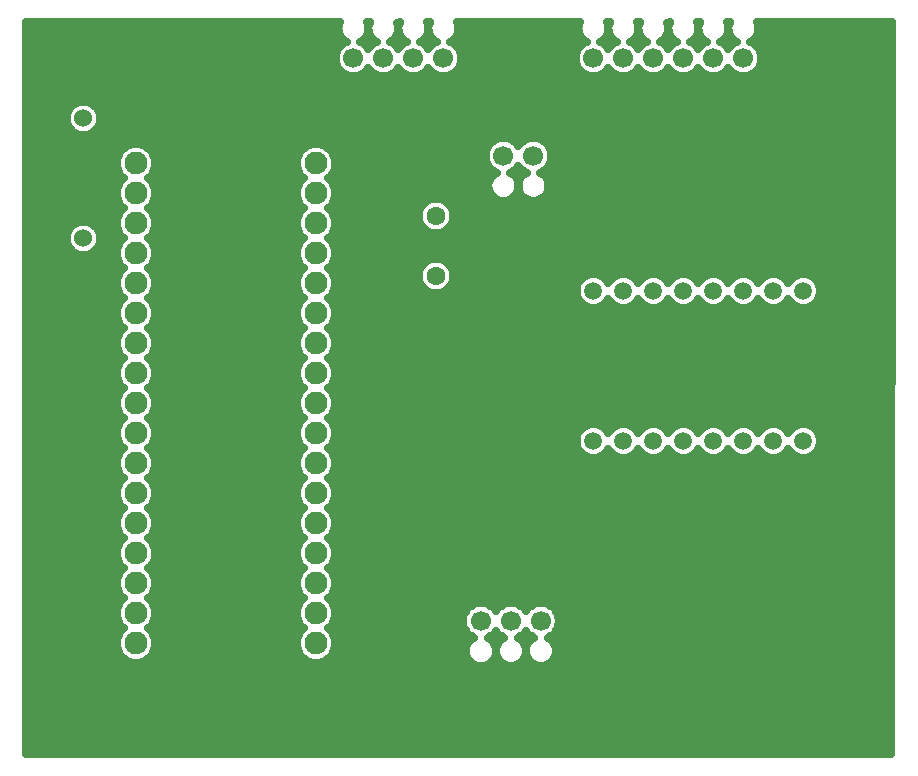
<source format=gbr>
%TF.GenerationSoftware,Novarm,DipTrace,3.2.0.1*%
%TF.CreationDate,2018-02-07T16:10:30+00:00*%
%FSLAX35Y35*%
%MOMM*%
%TF.FileFunction,Copper,L1,Top*%
%TF.Part,Single*%
%ADD17C,1.6*%
%ADD23C,1.7*%
%ADD25C,1.5*%
%ADD27C,1.524*%
%ADD34C,1.9304*%
%TA.AperFunction,CopperBalancing*%
%ADD16C,0.635*%
G75*
G01*
%LPD*%
X1088146Y7212083D2*
D16*
X3724508D1*
X4752482D2*
X5756513D1*
X7292442D2*
X8411774D1*
X1088146Y7148917D2*
X3747933D1*
X3967078D2*
X4001865D1*
X4221101D2*
X4255888D1*
X4475125D2*
X4509912D1*
X4729148D2*
X5779938D1*
X5999083D2*
X6033870D1*
X6253107D2*
X6287893D1*
X6507130D2*
X6541917D1*
X6761062D2*
X6795849D1*
X7015086D2*
X7049873D1*
X7269109D2*
X8411683D1*
X1088146Y7085750D2*
X3753401D1*
X3961609D2*
X4007334D1*
X4215633D2*
X4261357D1*
X4469656D2*
X4515380D1*
X4723588D2*
X5785407D1*
X5993614D2*
X6039339D1*
X6247638D2*
X6293362D1*
X6501661D2*
X6547386D1*
X6755593D2*
X6801409D1*
X7009617D2*
X7055341D1*
X7263640D2*
X8411591D1*
X1088146Y7022583D2*
X3708558D1*
X4768432D2*
X5740563D1*
X7308393D2*
X8411500D1*
X1088146Y6959417D2*
X3699170D1*
X4777820D2*
X5731175D1*
X7317872D2*
X8411500D1*
X1088146Y6896250D2*
X3717399D1*
X4759682D2*
X5749404D1*
X7299643D2*
X8411409D1*
X1088146Y6833083D2*
X3782477D1*
X3932534D2*
X4036500D1*
X4186557D2*
X4290433D1*
X4440580D2*
X4544456D1*
X4694513D2*
X5814482D1*
X5964539D2*
X6068414D1*
X6218562D2*
X6322438D1*
X6472586D2*
X6576461D1*
X6726518D2*
X6830485D1*
X6980541D2*
X7084417D1*
X7234565D2*
X8411318D1*
X1088146Y6769917D2*
X8411227D1*
X1088146Y6706750D2*
X8411227D1*
X1088146Y6643583D2*
X8411136D1*
X1088146Y6580417D2*
X1485602D1*
X1657442D2*
X8411045D1*
X1088146Y6517250D2*
X1433102D1*
X1709851D2*
X8410953D1*
X1088146Y6454083D2*
X1421800D1*
X1721153D2*
X8410862D1*
X1088146Y6390917D2*
X1439938D1*
X1703015D2*
X8410862D1*
X1088146Y6327750D2*
X1511943D1*
X1631101D2*
X8410771D1*
X1088146Y6264583D2*
X5028805D1*
X5226258D2*
X5282828D1*
X5480190D2*
X8410680D1*
X1088146Y6201417D2*
X1899677D1*
X2132312D2*
X3423727D1*
X3656271D2*
X4980315D1*
X5528679D2*
X8410589D1*
X1088146Y6138250D2*
X1856565D1*
X2175424D2*
X3380524D1*
X3699474D2*
X4968922D1*
X5540073D2*
X8410589D1*
X1088146Y6075083D2*
X1845901D1*
X2186088D2*
X3369951D1*
X3710047D2*
X4985055D1*
X5523940D2*
X8410498D1*
X1088146Y6011917D2*
X1860667D1*
X2171323D2*
X3384625D1*
X3695372D2*
X5044482D1*
X5210489D2*
X5298505D1*
X5464513D2*
X8410407D1*
X1088146Y5948750D2*
X1901136D1*
X2130854D2*
X3425185D1*
X3654812D2*
X5008753D1*
X5500242D2*
X8410315D1*
X1088146Y5885583D2*
X1857021D1*
X2174968D2*
X3381071D1*
X3698927D2*
X4994170D1*
X5514916D2*
X8410315D1*
X1088146Y5822417D2*
X1845901D1*
X2186088D2*
X3369860D1*
X3710138D2*
X5013219D1*
X5241752D2*
X5267162D1*
X5495776D2*
X8410224D1*
X1088146Y5759250D2*
X1860029D1*
X2171961D2*
X3384078D1*
X3695919D2*
X4469808D1*
X4642195D2*
X8410133D1*
X1088146Y5696083D2*
X1902685D1*
X2129304D2*
X3426735D1*
X3653263D2*
X4415393D1*
X4696609D2*
X8410042D1*
X1088146Y5632917D2*
X1857568D1*
X2174422D2*
X3381617D1*
X3698380D2*
X4402360D1*
X4709643D2*
X8410042D1*
X1088146Y5569750D2*
X1494261D1*
X1648784D2*
X1845810D1*
X2186179D2*
X3369860D1*
X3710138D2*
X4417854D1*
X4694148D2*
X8409951D1*
X1088146Y5506583D2*
X1435563D1*
X1707482D2*
X1859482D1*
X2172508D2*
X3383440D1*
X3696557D2*
X4478375D1*
X4633627D2*
X8409860D1*
X1088146Y5443417D2*
X1421709D1*
X1721336D2*
X1904235D1*
X2127755D2*
X3428284D1*
X3651713D2*
X8409768D1*
X1088146Y5380250D2*
X1437112D1*
X1705932D2*
X1858115D1*
X2173875D2*
X3382164D1*
X3697833D2*
X8409677D1*
X1088146Y5317083D2*
X1500094D1*
X1642859D2*
X1845810D1*
X2186179D2*
X3369860D1*
X3710138D2*
X8409677D1*
X1088146Y5253917D2*
X1858935D1*
X2173146D2*
X3382893D1*
X3697104D2*
X4474091D1*
X4637911D2*
X8409586D1*
X1088146Y5190750D2*
X1905875D1*
X2126114D2*
X3429925D1*
X3650164D2*
X4416670D1*
X4695333D2*
X8409495D1*
X1088146Y5127583D2*
X1858662D1*
X2173328D2*
X3382711D1*
X3697286D2*
X4402360D1*
X4709643D2*
X5819130D1*
X5959890D2*
X6073154D1*
X6213823D2*
X6327177D1*
X6467846D2*
X6581110D1*
X6721870D2*
X6835133D1*
X6975893D2*
X7089157D1*
X7229825D2*
X7343180D1*
X7483849D2*
X7597112D1*
X7737872D2*
X8409404D1*
X1088146Y5064417D2*
X1845810D1*
X2186179D2*
X3369860D1*
X3710138D2*
X4416578D1*
X4695424D2*
X5756058D1*
X7800945D2*
X8409404D1*
X1088146Y5001250D2*
X1858297D1*
X2173692D2*
X3382347D1*
X3697651D2*
X4473818D1*
X4638185D2*
X5740836D1*
X7816166D2*
X8409313D1*
X1088146Y4938083D2*
X1904873D1*
X2127117D2*
X3428831D1*
X3651166D2*
X5755237D1*
X7801674D2*
X8409222D1*
X1088146Y4874917D2*
X1859209D1*
X2172781D2*
X3383258D1*
X3696739D2*
X5816214D1*
X5962716D2*
X6070237D1*
X6216739D2*
X6324261D1*
X6470763D2*
X6578284D1*
X6724786D2*
X6832216D1*
X6978718D2*
X7086240D1*
X7232742D2*
X7340263D1*
X7486765D2*
X7594287D1*
X7740789D2*
X8409130D1*
X1088146Y4811750D2*
X1845810D1*
X2186179D2*
X3369860D1*
X3710138D2*
X8409130D1*
X1088146Y4748583D2*
X1857750D1*
X2174239D2*
X3381800D1*
X3698198D2*
X8409039D1*
X1088146Y4685417D2*
X1903323D1*
X2128666D2*
X3427282D1*
X3652716D2*
X8408948D1*
X1088146Y4622250D2*
X1859847D1*
X2172143D2*
X3383805D1*
X3696192D2*
X8408857D1*
X1088146Y4559083D2*
X1845901D1*
X2186088D2*
X3369860D1*
X3710138D2*
X8408857D1*
X1088146Y4495917D2*
X1857295D1*
X2174786D2*
X3381253D1*
X3698745D2*
X8408766D1*
X1088146Y4432750D2*
X1901774D1*
X2130216D2*
X3425732D1*
X3654265D2*
X8408675D1*
X1088146Y4369583D2*
X1860393D1*
X2171596D2*
X3384443D1*
X3695554D2*
X8408584D1*
X1088146Y4306417D2*
X1845901D1*
X2186088D2*
X3369860D1*
X3710138D2*
X8408584D1*
X1088146Y4243250D2*
X1856748D1*
X2175242D2*
X3380706D1*
X3699291D2*
X8408492D1*
X1088146Y4180083D2*
X1900224D1*
X2131765D2*
X3424274D1*
X3655724D2*
X8408401D1*
X1088146Y4116917D2*
X1861032D1*
X2170958D2*
X3385081D1*
X3694916D2*
X8408310D1*
X1088146Y4053750D2*
X1845901D1*
X2186088D2*
X3369951D1*
X3710047D2*
X8408219D1*
X1088146Y3990583D2*
X1856201D1*
X2175789D2*
X3380250D1*
X3699747D2*
X8408219D1*
X1088146Y3927417D2*
X1898766D1*
X2133224D2*
X3422815D1*
X3657182D2*
X8408128D1*
X1088146Y3864250D2*
X1861670D1*
X2170320D2*
X3385628D1*
X3694370D2*
X5834625D1*
X5944396D2*
X6088558D1*
X6198419D2*
X6342581D1*
X6452442D2*
X6596604D1*
X6706375D2*
X6850628D1*
X6960398D2*
X7104560D1*
X7214422D2*
X7358584D1*
X7468445D2*
X7612607D1*
X7722377D2*
X8408037D1*
X1088146Y3801083D2*
X1845992D1*
X2185997D2*
X3369951D1*
X3710047D2*
X5759612D1*
X7797390D2*
X8407946D1*
X1088146Y3737917D2*
X1855745D1*
X2176245D2*
X3379703D1*
X3700294D2*
X5741018D1*
X7815984D2*
X8407946D1*
X1088146Y3674750D2*
X1897308D1*
X2134682D2*
X3421357D1*
X3658640D2*
X5752229D1*
X7804773D2*
X8407854D1*
X1088146Y3611583D2*
X1862308D1*
X2169682D2*
X3386266D1*
X3693732D2*
X5805003D1*
X5974018D2*
X6059026D1*
X6227950D2*
X6313050D1*
X6481974D2*
X6566982D1*
X6735997D2*
X6821005D1*
X6990021D2*
X7075029D1*
X7243953D2*
X7329052D1*
X7497976D2*
X7582985D1*
X7752000D2*
X8407763D1*
X1088146Y3548417D2*
X1846084D1*
X2185906D2*
X3370042D1*
X3709955D2*
X8407672D1*
X1088146Y3485250D2*
X1855289D1*
X2176700D2*
X3379248D1*
X3700750D2*
X8407672D1*
X1088146Y3422083D2*
X1895940D1*
X2136049D2*
X3419899D1*
X3660099D2*
X8407581D1*
X1088146Y3358917D2*
X1862946D1*
X2169044D2*
X3386995D1*
X3693002D2*
X8407490D1*
X1088146Y3295750D2*
X1846175D1*
X2185906D2*
X3370133D1*
X3709864D2*
X8407399D1*
X1088146Y3232583D2*
X1854834D1*
X2177247D2*
X3378792D1*
X3701205D2*
X8407399D1*
X1088146Y3169417D2*
X1894573D1*
X2137416D2*
X3418532D1*
X3661466D2*
X8407308D1*
X1088146Y3106250D2*
X1863675D1*
X2168406D2*
X3387633D1*
X3692364D2*
X8407216D1*
X1088146Y3043083D2*
X1846175D1*
X2185815D2*
X3370224D1*
X3709773D2*
X8407125D1*
X1088146Y2979917D2*
X1854378D1*
X2177703D2*
X3378336D1*
X3701661D2*
X8407125D1*
X1088146Y2916750D2*
X1893206D1*
X2138784D2*
X3417255D1*
X3662742D2*
X8407034D1*
X1088146Y2853583D2*
X1864313D1*
X2167677D2*
X3388362D1*
X3691635D2*
X8406943D1*
X1088146Y2790417D2*
X1846266D1*
X2185724D2*
X3370315D1*
X3709682D2*
X8406852D1*
X1088146Y2727250D2*
X1853922D1*
X2178067D2*
X3377880D1*
X3702117D2*
X8406761D1*
X1088146Y2664083D2*
X1891930D1*
X2140060D2*
X3415979D1*
X3664109D2*
X8406761D1*
X1088146Y2600917D2*
X1865042D1*
X2166948D2*
X3389000D1*
X3690997D2*
X8406670D1*
X1088146Y2537750D2*
X1846448D1*
X2185541D2*
X3370407D1*
X3709591D2*
X8406578D1*
X1088146Y2474583D2*
X1853466D1*
X2178523D2*
X3377516D1*
X3702573D2*
X8406487D1*
X1088146Y2411417D2*
X1890654D1*
X2141336D2*
X3414703D1*
X3665385D2*
X8406487D1*
X1088146Y2348250D2*
X1865771D1*
X2166218D2*
X3389729D1*
X3690268D2*
X4874951D1*
X4999031D2*
X5128974D1*
X5253054D2*
X5382998D1*
X5506987D2*
X8406396D1*
X1088146Y2285083D2*
X1846539D1*
X2185450D2*
X3370498D1*
X3709500D2*
X4800211D1*
X5581817D2*
X8406305D1*
X1088146Y2221917D2*
X1853011D1*
X2178979D2*
X3377060D1*
X3702937D2*
X4779157D1*
X5602872D2*
X8406214D1*
X1088146Y2158750D2*
X1889378D1*
X2142612D2*
X3413427D1*
X3666570D2*
X4786084D1*
X5595945D2*
X8406214D1*
X1088146Y2095583D2*
X1866500D1*
X2165489D2*
X3390459D1*
X3689539D2*
X4826279D1*
X5047703D2*
X5080302D1*
X5301726D2*
X5334326D1*
X5555659D2*
X8406123D1*
X1088146Y2032417D2*
X1846630D1*
X2185359D2*
X3370680D1*
X3709317D2*
X4831839D1*
X5042143D2*
X5085862D1*
X5296166D2*
X5339795D1*
X5550190D2*
X8406032D1*
X1088146Y1969250D2*
X1852646D1*
X2179343D2*
X3376696D1*
X3703302D2*
X4804677D1*
X5577351D2*
X8405940D1*
X1088146Y1906083D2*
X1888193D1*
X2143797D2*
X3412151D1*
X3667846D2*
X4812334D1*
X5569695D2*
X8405940D1*
X1088146Y1842917D2*
X4866292D1*
X5007690D2*
X5120315D1*
X5261713D2*
X5374339D1*
X5515737D2*
X8405849D1*
X1088146Y1779750D2*
X8405758D1*
X1088146Y1716583D2*
X8405667D1*
X1088146Y1653417D2*
X8405576D1*
X1088146Y1590250D2*
X8405576D1*
X1088146Y1527083D2*
X8405485D1*
X1088146Y1463917D2*
X8405393D1*
X1088146Y1400750D2*
X8405302D1*
X1088146Y1337583D2*
X8405302D1*
X1088146Y1274417D2*
X8405211D1*
X1088146Y1211250D2*
X8405120D1*
X1088146Y1148083D2*
X8405029D1*
X1088146Y1084917D2*
X8405029D1*
X4702836Y5115944D2*
X4699220Y5093116D1*
X4692078Y5071135D1*
X4681585Y5050541D1*
X4668000Y5031843D1*
X4651657Y5015500D1*
X4632959Y5001915D1*
X4612365Y4991422D1*
X4590384Y4984280D1*
X4567556Y4980664D1*
X4544444D1*
X4521616Y4984280D1*
X4499635Y4991422D1*
X4479041Y5001915D1*
X4460343Y5015500D1*
X4444000Y5031843D1*
X4430415Y5050541D1*
X4419922Y5071135D1*
X4412780Y5093116D1*
X4409164Y5115944D1*
Y5139056D1*
X4412780Y5161884D1*
X4419922Y5183865D1*
X4430415Y5204459D1*
X4444000Y5223157D1*
X4460343Y5239500D1*
X4479041Y5253085D1*
X4499635Y5263578D1*
X4521616Y5270720D1*
X4544444Y5274336D1*
X4567556D1*
X4590384Y5270720D1*
X4612365Y5263578D1*
X4632959Y5253085D1*
X4651657Y5239500D1*
X4668000Y5223157D1*
X4681585Y5204459D1*
X4692078Y5183865D1*
X4699220Y5161884D1*
X4702836Y5139056D1*
Y5115944D1*
Y5623944D2*
X4699220Y5601116D1*
X4692078Y5579135D1*
X4681585Y5558541D1*
X4668000Y5539843D1*
X4651657Y5523500D1*
X4632959Y5509915D1*
X4612365Y5499422D1*
X4590384Y5492280D1*
X4567556Y5488664D1*
X4544444D1*
X4521616Y5492280D1*
X4499635Y5499422D1*
X4479041Y5509915D1*
X4460343Y5523500D1*
X4444000Y5539843D1*
X4430415Y5558541D1*
X4419922Y5579135D1*
X4412780Y5601116D1*
X4409164Y5623944D1*
Y5647056D1*
X4412780Y5669884D1*
X4419922Y5691865D1*
X4430415Y5712459D1*
X4444000Y5731157D1*
X4460343Y5747500D1*
X4479041Y5761085D1*
X4499635Y5771578D1*
X4521616Y5778720D1*
X4544444Y5782336D1*
X4567556D1*
X4590384Y5778720D1*
X4612365Y5771578D1*
X4632959Y5761085D1*
X4651657Y5747500D1*
X4668000Y5731157D1*
X4681585Y5712459D1*
X4692078Y5691865D1*
X4699220Y5669884D1*
X4702836Y5647056D1*
Y5623944D1*
X7311321Y6957051D2*
X7307582Y6933449D1*
X7300198Y6910721D1*
X7289349Y6889429D1*
X7275302Y6870096D1*
X7258404Y6853198D1*
X7239071Y6839151D1*
X7217779Y6828302D1*
X7195051Y6820918D1*
X7171449Y6817179D1*
X7147551D1*
X7123949Y6820918D1*
X7101221Y6828302D1*
X7079929Y6839151D1*
X7060596Y6853198D1*
X7043698Y6870096D1*
X7032584Y6885040D1*
X7021302Y6870096D1*
X7004404Y6853198D1*
X6985071Y6839151D1*
X6963779Y6828302D1*
X6941051Y6820918D1*
X6917449Y6817179D1*
X6893551D1*
X6869949Y6820918D1*
X6847221Y6828302D1*
X6825929Y6839151D1*
X6806596Y6853198D1*
X6789698Y6870096D1*
X6778584Y6885040D1*
X6767302Y6870096D1*
X6750404Y6853198D1*
X6731071Y6839151D1*
X6709779Y6828302D1*
X6687051Y6820918D1*
X6663449Y6817179D1*
X6639551D1*
X6615949Y6820918D1*
X6593221Y6828302D1*
X6571929Y6839151D1*
X6552596Y6853198D1*
X6535698Y6870096D1*
X6524584Y6885040D1*
X6513302Y6870096D1*
X6496404Y6853198D1*
X6477071Y6839151D1*
X6455779Y6828302D1*
X6433051Y6820918D1*
X6409449Y6817179D1*
X6385551D1*
X6361949Y6820918D1*
X6339221Y6828302D1*
X6317929Y6839151D1*
X6298596Y6853198D1*
X6281698Y6870096D1*
X6270584Y6885040D1*
X6259302Y6870096D1*
X6242404Y6853198D1*
X6223071Y6839151D1*
X6201779Y6828302D1*
X6179051Y6820918D1*
X6155449Y6817179D1*
X6131551D1*
X6107949Y6820918D1*
X6085221Y6828302D1*
X6063929Y6839151D1*
X6044596Y6853198D1*
X6027698Y6870096D1*
X6016584Y6885040D1*
X6005302Y6870096D1*
X5988404Y6853198D1*
X5969071Y6839151D1*
X5947779Y6828302D1*
X5925051Y6820918D1*
X5901449Y6817179D1*
X5877551D1*
X5853949Y6820918D1*
X5831221Y6828302D1*
X5809929Y6839151D1*
X5790596Y6853198D1*
X5773698Y6870096D1*
X5759651Y6889429D1*
X5748802Y6910721D1*
X5741418Y6933449D1*
X5737679Y6957051D1*
Y6980949D1*
X5741418Y7004551D1*
X5748802Y7027279D1*
X5759651Y7048571D1*
X5773698Y7067904D1*
X5790596Y7084802D1*
X5809929Y7098849D1*
X5831616Y7109843D1*
X5814802Y7120187D1*
X5799639Y7133139D1*
X5786687Y7148302D1*
X5776268Y7165305D1*
X5768637Y7183729D1*
X5763981Y7203120D1*
X5762417Y7223000D1*
X5763981Y7242880D1*
X5768637Y7262271D1*
X5773771Y7275279D1*
X4735295Y7275250D1*
X4740363Y7262271D1*
X4745019Y7242880D1*
X4746583Y7223000D1*
X4745019Y7203120D1*
X4740363Y7183729D1*
X4732732Y7165305D1*
X4722313Y7148302D1*
X4709361Y7133139D1*
X4694198Y7120187D1*
X4677365Y7109863D1*
X4699071Y7098849D1*
X4718404Y7084802D1*
X4735302Y7067904D1*
X4749349Y7048571D1*
X4760198Y7027279D1*
X4767582Y7004551D1*
X4771321Y6980949D1*
Y6957051D1*
X4767582Y6933449D1*
X4760198Y6910721D1*
X4749349Y6889429D1*
X4735302Y6870096D1*
X4718404Y6853198D1*
X4699071Y6839151D1*
X4677779Y6828302D1*
X4655051Y6820918D1*
X4631449Y6817179D1*
X4607551D1*
X4583949Y6820918D1*
X4561221Y6828302D1*
X4539929Y6839151D1*
X4520596Y6853198D1*
X4503698Y6870096D1*
X4492584Y6885040D1*
X4481302Y6870096D1*
X4464404Y6853198D1*
X4445071Y6839151D1*
X4423779Y6828302D1*
X4401051Y6820918D1*
X4377449Y6817179D1*
X4353551D1*
X4329949Y6820918D1*
X4307221Y6828302D1*
X4285929Y6839151D1*
X4266596Y6853198D1*
X4249698Y6870096D1*
X4238584Y6885040D1*
X4227302Y6870096D1*
X4210404Y6853198D1*
X4191071Y6839151D1*
X4169779Y6828302D1*
X4147051Y6820918D1*
X4123449Y6817179D1*
X4099551D1*
X4075949Y6820918D1*
X4053221Y6828302D1*
X4031929Y6839151D1*
X4012596Y6853198D1*
X3995698Y6870096D1*
X3984584Y6885040D1*
X3973302Y6870096D1*
X3956404Y6853198D1*
X3937071Y6839151D1*
X3915779Y6828302D1*
X3893051Y6820918D1*
X3869449Y6817179D1*
X3845551D1*
X3821949Y6820918D1*
X3799221Y6828302D1*
X3777929Y6839151D1*
X3758596Y6853198D1*
X3741698Y6870096D1*
X3727651Y6889429D1*
X3716802Y6910721D1*
X3709418Y6933449D1*
X3705679Y6957051D1*
Y6980949D1*
X3709418Y7004551D1*
X3716802Y7027279D1*
X3727651Y7048571D1*
X3741698Y7067904D1*
X3758596Y7084802D1*
X3777929Y7098849D1*
X3799616Y7109843D1*
X3782802Y7120187D1*
X3767639Y7133139D1*
X3754687Y7148302D1*
X3744268Y7165305D1*
X3736637Y7183729D1*
X3731981Y7203120D1*
X3730417Y7223000D1*
X3731981Y7242880D1*
X3736637Y7262271D1*
X3741771Y7275279D1*
X1081805Y7275250D1*
X1081750Y1081831D1*
X8411393Y1081750D1*
X8418158Y7275200D1*
X7275347Y7275250D1*
X7280363Y7262271D1*
X7285019Y7242880D1*
X7286583Y7223000D1*
X7285019Y7203120D1*
X7280363Y7183729D1*
X7272732Y7165305D1*
X7262313Y7148302D1*
X7249361Y7133139D1*
X7234198Y7120187D1*
X7217365Y7109863D1*
X7239071Y7098849D1*
X7258404Y7084802D1*
X7275302Y7067904D1*
X7289349Y7048571D1*
X7300198Y7027279D1*
X7307582Y7004551D1*
X7311321Y6980949D1*
Y6957051D1*
X6963384Y7109843D2*
X6985071Y7098849D1*
X7004404Y7084802D1*
X7021302Y7067904D1*
X7032584Y7052960D1*
X7043698Y7067904D1*
X7060596Y7084802D1*
X7079929Y7098849D1*
X7101616Y7109843D1*
X7084802Y7120187D1*
X7069639Y7133139D1*
X7056687Y7148302D1*
X7046268Y7165305D1*
X7038637Y7183729D1*
X7033981Y7203120D1*
X7032544Y7219767D1*
X7032808Y7232971D1*
X7035928Y7252667D1*
X7042090Y7271633D1*
X7043771Y7275279D1*
X7021415Y7275250D1*
X7026363Y7262271D1*
X7031019Y7242880D1*
X7032456Y7219767D1*
X7031019Y7203120D1*
X7026363Y7183729D1*
X7018732Y7165305D1*
X7008313Y7148302D1*
X6995361Y7133139D1*
X6980198Y7120187D1*
X6963365Y7109863D1*
X6709384Y7109843D2*
X6731071Y7098849D1*
X6750404Y7084802D1*
X6767302Y7067904D1*
X6778584Y7052960D1*
X6789698Y7067904D1*
X6806596Y7084802D1*
X6825929Y7098849D1*
X6847616Y7109843D1*
X6830802Y7120187D1*
X6815639Y7133139D1*
X6802687Y7148302D1*
X6792268Y7165305D1*
X6784637Y7183729D1*
X6779981Y7203120D1*
X6778544Y7219767D1*
X6778808Y7232971D1*
X6781928Y7252667D1*
X6788090Y7271633D1*
X6789771Y7275279D1*
X6767300Y7275250D1*
X6772363Y7262271D1*
X6777019Y7242880D1*
X6778456Y7219767D1*
X6777019Y7203120D1*
X6772363Y7183729D1*
X6764732Y7165305D1*
X6754313Y7148302D1*
X6741361Y7133139D1*
X6726198Y7120187D1*
X6709365Y7109863D1*
X6455384Y7109843D2*
X6477071Y7098849D1*
X6496404Y7084802D1*
X6513302Y7067904D1*
X6524584Y7052960D1*
X6535698Y7067904D1*
X6552596Y7084802D1*
X6571929Y7098849D1*
X6593616Y7109843D1*
X6576802Y7120187D1*
X6561639Y7133139D1*
X6548687Y7148302D1*
X6538268Y7165305D1*
X6530637Y7183729D1*
X6525981Y7203120D1*
X6524544Y7219767D1*
X6524808Y7232971D1*
X6527928Y7252667D1*
X6534090Y7271633D1*
X6535771Y7275279D1*
X6514910Y7271633D1*
X6521072Y7252667D1*
X6524192Y7232971D1*
Y7213029D1*
X6521072Y7193333D1*
X6514910Y7174367D1*
X6505856Y7156599D1*
X6494135Y7140466D1*
X6480034Y7126365D1*
X6463901Y7114644D1*
X6455365Y7109863D1*
X6201384Y7109843D2*
X6223071Y7098849D1*
X6242404Y7084802D1*
X6259302Y7067904D1*
X6270584Y7052960D1*
X6281698Y7067904D1*
X6298596Y7084802D1*
X6317929Y7098849D1*
X6339616Y7109843D1*
X6322802Y7120187D1*
X6307639Y7133139D1*
X6294687Y7148302D1*
X6284268Y7165305D1*
X6276637Y7183729D1*
X6271981Y7203120D1*
X6270544Y7219767D1*
X6270808Y7232971D1*
X6273928Y7252667D1*
X6280090Y7271633D1*
X6281771Y7275279D1*
X6259436Y7275250D1*
X6264363Y7262271D1*
X6269019Y7242880D1*
X6270456Y7219767D1*
X6269019Y7203120D1*
X6264363Y7183729D1*
X6256732Y7165305D1*
X6246313Y7148302D1*
X6233361Y7133139D1*
X6218198Y7120187D1*
X6201365Y7109863D1*
X5947384Y7109843D2*
X5969071Y7098849D1*
X5988404Y7084802D1*
X6005302Y7067904D1*
X6016584Y7052960D1*
X6027698Y7067904D1*
X6044596Y7084802D1*
X6063929Y7098849D1*
X6085616Y7109843D1*
X6068802Y7120187D1*
X6053639Y7133139D1*
X6040687Y7148302D1*
X6030268Y7165305D1*
X6022637Y7183729D1*
X6017981Y7203120D1*
X6016544Y7219767D1*
X6016808Y7232971D1*
X6019928Y7252667D1*
X6026090Y7271633D1*
X6027771Y7275279D1*
X6005321Y7275250D1*
X6010363Y7262271D1*
X6015019Y7242880D1*
X6016456Y7219767D1*
X6015019Y7203120D1*
X6010363Y7183729D1*
X6002732Y7165305D1*
X5992313Y7148302D1*
X5979361Y7133139D1*
X5964198Y7120187D1*
X5947365Y7109863D1*
X4423384Y7109843D2*
X4445071Y7098849D1*
X4464404Y7084802D1*
X4481302Y7067904D1*
X4492584Y7052960D1*
X4503698Y7067904D1*
X4520596Y7084802D1*
X4539929Y7098849D1*
X4561616Y7109843D1*
X4544802Y7120187D1*
X4529639Y7133139D1*
X4516687Y7148302D1*
X4506268Y7165305D1*
X4498637Y7183729D1*
X4493981Y7203120D1*
X4492544Y7219767D1*
X4492808Y7232971D1*
X4495928Y7252667D1*
X4502090Y7271633D1*
X4503771Y7275279D1*
X4481363Y7275250D1*
X4486363Y7262271D1*
X4491019Y7242880D1*
X4492456Y7219767D1*
X4491019Y7203120D1*
X4486363Y7183729D1*
X4478732Y7165305D1*
X4468313Y7148302D1*
X4455361Y7133139D1*
X4440198Y7120187D1*
X4423365Y7109863D1*
X5323616Y6002657D2*
X5301929Y6013651D1*
X5282596Y6027698D1*
X5265698Y6044596D1*
X5254416Y6059540D1*
X5243302Y6044596D1*
X5226404Y6027698D1*
X5207071Y6013651D1*
X5185384Y6002657D1*
X5202198Y5992313D1*
X5217361Y5979361D1*
X5230313Y5964198D1*
X5240732Y5947195D1*
X5248363Y5928771D1*
X5253019Y5909380D1*
X5254456Y5892733D1*
X5254192Y5879529D1*
X5251072Y5859833D1*
X5244910Y5840867D1*
X5235856Y5823099D1*
X5224135Y5806966D1*
X5210034Y5792865D1*
X5193901Y5781144D1*
X5176133Y5772090D1*
X5157167Y5765928D1*
X5137471Y5762808D1*
X5117529D1*
X5097833Y5765928D1*
X5078867Y5772090D1*
X5061099Y5781144D1*
X5044966Y5792865D1*
X5030865Y5806966D1*
X5019144Y5823099D1*
X5010090Y5840867D1*
X5003928Y5859833D1*
X5000808Y5879529D1*
Y5899471D1*
X5003928Y5919167D1*
X5010090Y5938133D1*
X5019144Y5955901D1*
X5030865Y5972034D1*
X5044966Y5986135D1*
X5061099Y5997856D1*
X5069221Y6002802D1*
X5047929Y6013651D1*
X5028596Y6027698D1*
X5011698Y6044596D1*
X4997651Y6063929D1*
X4986802Y6085221D1*
X4979418Y6107949D1*
X4975679Y6131551D1*
Y6155449D1*
X4979418Y6179051D1*
X4986802Y6201779D1*
X4997651Y6223071D1*
X5011698Y6242404D1*
X5028596Y6259302D1*
X5047929Y6273349D1*
X5069221Y6284198D1*
X5091949Y6291582D1*
X5115551Y6295321D1*
X5139449D1*
X5163051Y6291582D1*
X5185779Y6284198D1*
X5207071Y6273349D1*
X5226404Y6259302D1*
X5243302Y6242404D1*
X5254416Y6227460D1*
X5265698Y6242404D1*
X5282596Y6259302D1*
X5301929Y6273349D1*
X5323221Y6284198D1*
X5345949Y6291582D1*
X5369551Y6295321D1*
X5393449D1*
X5417051Y6291582D1*
X5439779Y6284198D1*
X5461071Y6273349D1*
X5480404Y6259302D1*
X5497302Y6242404D1*
X5511349Y6223071D1*
X5522198Y6201779D1*
X5529582Y6179051D1*
X5533321Y6155449D1*
Y6131551D1*
X5529582Y6107949D1*
X5522198Y6085221D1*
X5511349Y6063929D1*
X5497302Y6044596D1*
X5480404Y6027698D1*
X5461071Y6013651D1*
X5439384Y6002657D1*
X5456198Y5992313D1*
X5471361Y5979361D1*
X5484313Y5964198D1*
X5494732Y5947195D1*
X5502363Y5928771D1*
X5507019Y5909380D1*
X5508583Y5889500D1*
X5507019Y5869620D1*
X5502363Y5850229D1*
X5494732Y5831805D1*
X5484313Y5814802D1*
X5471361Y5799639D1*
X5456198Y5786687D1*
X5439195Y5776268D1*
X5420771Y5768637D1*
X5401380Y5763981D1*
X5381500Y5762417D1*
X5361620Y5763981D1*
X5342229Y5768637D1*
X5323805Y5776268D1*
X5306802Y5786687D1*
X5291639Y5799639D1*
X5278687Y5814802D1*
X5268268Y5831805D1*
X5260637Y5850229D1*
X5255981Y5869620D1*
X5254544Y5892733D1*
X5255981Y5909380D1*
X5260637Y5928771D1*
X5268268Y5947195D1*
X5278687Y5964198D1*
X5291639Y5979361D1*
X5306802Y5992313D1*
X5323635Y6002637D1*
X5064044Y1955733D2*
X5065481Y1972380D1*
X5070137Y1991771D1*
X5077768Y2010195D1*
X5088187Y2027198D1*
X5101139Y2042361D1*
X5116302Y2055313D1*
X5133116Y2065657D1*
X5111429Y2076651D1*
X5092096Y2090698D1*
X5075198Y2107596D1*
X5063916Y2122540D1*
X5052802Y2107596D1*
X5035904Y2090698D1*
X5016571Y2076651D1*
X4994884Y2065657D1*
X5011698Y2055313D1*
X5026861Y2042361D1*
X5039813Y2027198D1*
X5050232Y2010195D1*
X5057863Y1991771D1*
X5062519Y1972380D1*
X5063956Y1955733D1*
X5063692Y1942529D1*
X5060572Y1922833D1*
X5054410Y1903867D1*
X5045356Y1886099D1*
X5033635Y1869966D1*
X5019534Y1855865D1*
X5003401Y1844144D1*
X4985633Y1835090D1*
X4966667Y1828928D1*
X4946971Y1825808D1*
X4927029D1*
X4907333Y1828928D1*
X4888367Y1835090D1*
X4870599Y1844144D1*
X4854466Y1855865D1*
X4840365Y1869966D1*
X4828644Y1886099D1*
X4819590Y1903867D1*
X4813428Y1922833D1*
X4810308Y1942529D1*
Y1962471D1*
X4813428Y1982167D1*
X4819590Y2001133D1*
X4828644Y2018901D1*
X4840365Y2035034D1*
X4854466Y2049135D1*
X4870599Y2060856D1*
X4878721Y2065802D1*
X4857429Y2076651D1*
X4838096Y2090698D1*
X4821198Y2107596D1*
X4807151Y2126929D1*
X4796302Y2148221D1*
X4788918Y2170949D1*
X4785179Y2194551D1*
Y2218449D1*
X4788918Y2242051D1*
X4796302Y2264779D1*
X4807151Y2286071D1*
X4821198Y2305404D1*
X4838096Y2322302D1*
X4857429Y2336349D1*
X4878721Y2347198D1*
X4901449Y2354582D1*
X4925051Y2358321D1*
X4948949D1*
X4972551Y2354582D1*
X4995279Y2347198D1*
X5016571Y2336349D1*
X5035904Y2322302D1*
X5052802Y2305404D1*
X5063916Y2290460D1*
X5075198Y2305404D1*
X5092096Y2322302D1*
X5111429Y2336349D1*
X5132721Y2347198D1*
X5155449Y2354582D1*
X5179051Y2358321D1*
X5202949D1*
X5226551Y2354582D1*
X5249279Y2347198D1*
X5270571Y2336349D1*
X5289904Y2322302D1*
X5306802Y2305404D1*
X5317916Y2290460D1*
X5329198Y2305404D1*
X5346096Y2322302D1*
X5365429Y2336349D1*
X5386721Y2347198D1*
X5409449Y2354582D1*
X5433051Y2358321D1*
X5456949D1*
X5480551Y2354582D1*
X5503279Y2347198D1*
X5524571Y2336349D1*
X5543904Y2322302D1*
X5560802Y2305404D1*
X5574849Y2286071D1*
X5585698Y2264779D1*
X5593082Y2242051D1*
X5596821Y2218449D1*
Y2194551D1*
X5593082Y2170949D1*
X5585698Y2148221D1*
X5574849Y2126929D1*
X5560802Y2107596D1*
X5543904Y2090698D1*
X5524571Y2076651D1*
X5502884Y2065657D1*
X5519698Y2055313D1*
X5534861Y2042361D1*
X5547813Y2027198D1*
X5558232Y2010195D1*
X5565863Y1991771D1*
X5570519Y1972380D1*
X5572083Y1952500D1*
X5570519Y1932620D1*
X5565863Y1913229D1*
X5558232Y1894805D1*
X5547813Y1877802D1*
X5534861Y1862639D1*
X5519698Y1849687D1*
X5502695Y1839268D1*
X5484271Y1831637D1*
X5464880Y1826981D1*
X5445000Y1825417D1*
X5425120Y1826981D1*
X5405729Y1831637D1*
X5387305Y1839268D1*
X5370302Y1849687D1*
X5355139Y1862639D1*
X5342187Y1877802D1*
X5331768Y1894805D1*
X5324137Y1913229D1*
X5319481Y1932620D1*
X5318044Y1949267D1*
X5318308Y1962471D1*
X5321428Y1982167D1*
X5327590Y2001133D1*
X5336644Y2018901D1*
X5348365Y2035034D1*
X5362466Y2049135D1*
X5378599Y2060856D1*
X5386721Y2065802D1*
X5365429Y2076651D1*
X5346096Y2090698D1*
X5329198Y2107596D1*
X5318084Y2122540D1*
X5306802Y2107596D1*
X5289904Y2090698D1*
X5270571Y2076651D1*
X5248884Y2065657D1*
X5265698Y2055313D1*
X5280861Y2042361D1*
X5293813Y2027198D1*
X5304232Y2010195D1*
X5311863Y1991771D1*
X5316519Y1972380D1*
X5317956Y1949267D1*
X5316519Y1932620D1*
X5311863Y1913229D1*
X5304232Y1894805D1*
X5293813Y1877802D1*
X5280861Y1862639D1*
X5265698Y1849687D1*
X5248695Y1839268D1*
X5230271Y1831637D1*
X5210880Y1826981D1*
X5191000Y1825417D1*
X5171120Y1826981D1*
X5151729Y1831637D1*
X5133305Y1839268D1*
X5116302Y1849687D1*
X5101139Y1862639D1*
X5088187Y1877802D1*
X5077768Y1894805D1*
X5070137Y1913229D1*
X5065481Y1932620D1*
X5064308Y1942529D1*
X4169384Y7109843D2*
X4191071Y7098849D1*
X4210404Y7084802D1*
X4227302Y7067904D1*
X4238584Y7052960D1*
X4249698Y7067904D1*
X4266596Y7084802D1*
X4285929Y7098849D1*
X4307616Y7109843D1*
X4290802Y7120187D1*
X4275639Y7133139D1*
X4262687Y7148302D1*
X4252268Y7165305D1*
X4244637Y7183729D1*
X4239981Y7203120D1*
X4238544Y7219767D1*
X4238808Y7232971D1*
X4241928Y7252667D1*
X4248090Y7271633D1*
X4249771Y7275279D1*
X4228910Y7271633D1*
X4235072Y7252667D1*
X4238192Y7232971D1*
Y7213029D1*
X4235072Y7193333D1*
X4228910Y7174367D1*
X4219856Y7156599D1*
X4208135Y7140466D1*
X4194034Y7126365D1*
X4177901Y7114644D1*
X4169365Y7109863D1*
X3915384Y7109843D2*
X3937071Y7098849D1*
X3956404Y7084802D1*
X3973302Y7067904D1*
X3984584Y7052960D1*
X3995698Y7067904D1*
X4012596Y7084802D1*
X4031929Y7098849D1*
X4053616Y7109843D1*
X4036802Y7120187D1*
X4021639Y7133139D1*
X4008687Y7148302D1*
X3998268Y7165305D1*
X3990637Y7183729D1*
X3985981Y7203120D1*
X3984544Y7219767D1*
X3984808Y7232971D1*
X3987928Y7252667D1*
X3994090Y7271633D1*
X3995771Y7275279D1*
X3973316Y7275250D1*
X3978363Y7262271D1*
X3983019Y7242880D1*
X3984456Y7219767D1*
X3983019Y7203120D1*
X3978363Y7183729D1*
X3970732Y7165305D1*
X3960313Y7148302D1*
X3947361Y7133139D1*
X3932198Y7120187D1*
X3915365Y7109863D1*
X1714548Y6449742D2*
X1711025Y6427503D1*
X1704067Y6406089D1*
X1693845Y6386027D1*
X1680611Y6367811D1*
X1664689Y6351889D1*
X1646473Y6338655D1*
X1626411Y6328433D1*
X1604997Y6321475D1*
X1582758Y6317952D1*
X1560242D1*
X1538003Y6321475D1*
X1516589Y6328433D1*
X1496527Y6338655D1*
X1478311Y6351889D1*
X1462389Y6367811D1*
X1449155Y6386027D1*
X1438933Y6406089D1*
X1431975Y6427503D1*
X1428452Y6449742D1*
Y6472258D1*
X1431975Y6494497D1*
X1438933Y6515911D1*
X1449155Y6535973D1*
X1462389Y6554189D1*
X1478311Y6570111D1*
X1496527Y6583345D1*
X1516589Y6593567D1*
X1538003Y6600525D1*
X1560242Y6604048D1*
X1582758D1*
X1604997Y6600525D1*
X1626411Y6593567D1*
X1646473Y6583345D1*
X1664689Y6570111D1*
X1680611Y6554189D1*
X1693845Y6535973D1*
X1704067Y6515911D1*
X1711025Y6494497D1*
X1714548Y6472258D1*
Y6449742D1*
Y5433742D2*
X1711025Y5411503D1*
X1704067Y5390089D1*
X1693845Y5370027D1*
X1680611Y5351811D1*
X1664689Y5335889D1*
X1646473Y5322655D1*
X1626411Y5312433D1*
X1604997Y5305475D1*
X1582758Y5301952D1*
X1560242D1*
X1538003Y5305475D1*
X1516589Y5312433D1*
X1496527Y5322655D1*
X1478311Y5335889D1*
X1462389Y5351811D1*
X1449155Y5370027D1*
X1438933Y5390089D1*
X1431975Y5411503D1*
X1428452Y5433742D1*
Y5456258D1*
X1431975Y5478497D1*
X1438933Y5499911D1*
X1449155Y5519973D1*
X1462389Y5538189D1*
X1478311Y5554111D1*
X1496527Y5567345D1*
X1516589Y5577567D1*
X1538003Y5584525D1*
X1560242Y5588048D1*
X1582758D1*
X1604997Y5584525D1*
X1626411Y5577567D1*
X1646473Y5567345D1*
X1664689Y5554111D1*
X1680611Y5538189D1*
X1693845Y5519973D1*
X1704067Y5499911D1*
X1711025Y5478497D1*
X1714548Y5456258D1*
Y5433742D1*
X3703305Y6067148D2*
X3699284Y6041759D1*
X3691341Y6017313D1*
X3679671Y5994410D1*
X3664562Y5973614D1*
X3646386Y5955438D1*
X3643348Y5953043D1*
X3655831Y5941831D1*
X3672525Y5922285D1*
X3685956Y5900368D1*
X3695793Y5876620D1*
X3701793Y5851626D1*
X3703810Y5826000D1*
X3701793Y5800374D1*
X3695793Y5775380D1*
X3685956Y5751632D1*
X3672525Y5729715D1*
X3655831Y5710169D1*
X3643348Y5699043D1*
X3655831Y5687831D1*
X3672525Y5668285D1*
X3685956Y5646368D1*
X3695793Y5622620D1*
X3701793Y5597626D1*
X3703810Y5572000D1*
X3701793Y5546374D1*
X3695793Y5521380D1*
X3685956Y5497632D1*
X3672525Y5475715D1*
X3655831Y5456169D1*
X3643348Y5445043D1*
X3655831Y5433831D1*
X3672525Y5414285D1*
X3685956Y5392368D1*
X3695793Y5368620D1*
X3701793Y5343626D1*
X3703810Y5318000D1*
X3701793Y5292374D1*
X3695793Y5267380D1*
X3685956Y5243632D1*
X3672525Y5221715D1*
X3655831Y5202169D1*
X3643348Y5191043D1*
X3655831Y5179831D1*
X3672525Y5160285D1*
X3685956Y5138368D1*
X3695793Y5114620D1*
X3701793Y5089626D1*
X3703810Y5064000D1*
X3701793Y5038374D1*
X3695793Y5013380D1*
X3685956Y4989632D1*
X3672525Y4967715D1*
X3655831Y4948169D1*
X3643348Y4937043D1*
X3655831Y4925831D1*
X3672525Y4906285D1*
X3685956Y4884368D1*
X3695793Y4860620D1*
X3701793Y4835626D1*
X3703810Y4810000D1*
X3701793Y4784374D1*
X3695793Y4759380D1*
X3685956Y4735632D1*
X3672525Y4713715D1*
X3655831Y4694169D1*
X3643348Y4683043D1*
X3655831Y4671831D1*
X3672525Y4652285D1*
X3685956Y4630368D1*
X3695793Y4606620D1*
X3701793Y4581626D1*
X3703810Y4556000D1*
X3701793Y4530374D1*
X3695793Y4505380D1*
X3685956Y4481632D1*
X3672525Y4459715D1*
X3655831Y4440169D1*
X3643348Y4429043D1*
X3655831Y4417831D1*
X3672525Y4398285D1*
X3685956Y4376368D1*
X3695793Y4352620D1*
X3701793Y4327626D1*
X3703810Y4302000D1*
X3701793Y4276374D1*
X3695793Y4251380D1*
X3685956Y4227632D1*
X3672525Y4205715D1*
X3655831Y4186169D1*
X3643348Y4175043D1*
X3655831Y4163831D1*
X3672525Y4144285D1*
X3685956Y4122368D1*
X3695793Y4098620D1*
X3701793Y4073626D1*
X3703810Y4048000D1*
X3701793Y4022374D1*
X3695793Y3997380D1*
X3685956Y3973632D1*
X3672525Y3951715D1*
X3655831Y3932169D1*
X3643348Y3921043D1*
X3655831Y3909831D1*
X3672525Y3890285D1*
X3685956Y3868368D1*
X3695793Y3844620D1*
X3701793Y3819626D1*
X3703810Y3794000D1*
X3701793Y3768374D1*
X3695793Y3743380D1*
X3685956Y3719632D1*
X3672525Y3697715D1*
X3655831Y3678169D1*
X3643348Y3667043D1*
X3655831Y3655831D1*
X3672525Y3636285D1*
X3685956Y3614368D1*
X3695793Y3590620D1*
X3701793Y3565626D1*
X3703810Y3540000D1*
X3701793Y3514374D1*
X3695793Y3489380D1*
X3685956Y3465632D1*
X3672525Y3443715D1*
X3655831Y3424169D1*
X3643348Y3413043D1*
X3655831Y3401831D1*
X3672525Y3382285D1*
X3685956Y3360368D1*
X3695793Y3336620D1*
X3701793Y3311626D1*
X3703810Y3286000D1*
X3701793Y3260374D1*
X3695793Y3235380D1*
X3685956Y3211632D1*
X3672525Y3189715D1*
X3655831Y3170169D1*
X3643348Y3159043D1*
X3655831Y3147831D1*
X3672525Y3128285D1*
X3685956Y3106368D1*
X3695793Y3082620D1*
X3701793Y3057626D1*
X3703810Y3032000D1*
X3701793Y3006374D1*
X3695793Y2981380D1*
X3685956Y2957632D1*
X3672525Y2935715D1*
X3655831Y2916169D1*
X3643348Y2905043D1*
X3655831Y2893831D1*
X3672525Y2874285D1*
X3685956Y2852368D1*
X3695793Y2828620D1*
X3701793Y2803626D1*
X3703810Y2778000D1*
X3701793Y2752374D1*
X3695793Y2727380D1*
X3685956Y2703632D1*
X3672525Y2681715D1*
X3655831Y2662169D1*
X3643348Y2651043D1*
X3655831Y2639831D1*
X3672525Y2620285D1*
X3685956Y2598368D1*
X3695793Y2574620D1*
X3701793Y2549626D1*
X3703810Y2524000D1*
X3701793Y2498374D1*
X3695793Y2473380D1*
X3685956Y2449632D1*
X3672525Y2427715D1*
X3655831Y2408169D1*
X3643348Y2397043D1*
X3655831Y2385831D1*
X3672525Y2366285D1*
X3685956Y2344368D1*
X3695793Y2320620D1*
X3701793Y2295626D1*
X3703810Y2270000D1*
X3701793Y2244374D1*
X3695793Y2219380D1*
X3685956Y2195632D1*
X3672525Y2173715D1*
X3655831Y2154169D1*
X3643348Y2143043D1*
X3655831Y2131831D1*
X3672525Y2112285D1*
X3685956Y2090368D1*
X3695793Y2066620D1*
X3701793Y2041626D1*
X3703810Y2016000D1*
X3701793Y1990374D1*
X3695793Y1965380D1*
X3685956Y1941632D1*
X3672525Y1919715D1*
X3655831Y1900169D1*
X3636285Y1883475D1*
X3614368Y1870044D1*
X3590620Y1860207D1*
X3565626Y1854207D1*
X3540000Y1852190D1*
X3514374Y1854207D1*
X3489380Y1860207D1*
X3465632Y1870044D1*
X3443715Y1883475D1*
X3424169Y1900169D1*
X3407475Y1919715D1*
X3394044Y1941632D1*
X3384207Y1965380D1*
X3378207Y1990374D1*
X3376190Y2016000D1*
X3378207Y2041626D1*
X3384207Y2066620D1*
X3394044Y2090368D1*
X3407475Y2112285D1*
X3424169Y2131831D1*
X3436652Y2142957D1*
X3424169Y2154169D1*
X3407475Y2173715D1*
X3394044Y2195632D1*
X3384207Y2219380D1*
X3378207Y2244374D1*
X3376190Y2270000D1*
X3378207Y2295626D1*
X3384207Y2320620D1*
X3394044Y2344368D1*
X3407475Y2366285D1*
X3424169Y2385831D1*
X3436652Y2396957D1*
X3424169Y2408169D1*
X3407475Y2427715D1*
X3394044Y2449632D1*
X3384207Y2473380D1*
X3378207Y2498374D1*
X3376190Y2524000D1*
X3378207Y2549626D1*
X3384207Y2574620D1*
X3394044Y2598368D1*
X3407475Y2620285D1*
X3424169Y2639831D1*
X3436652Y2650957D1*
X3424169Y2662169D1*
X3407475Y2681715D1*
X3394044Y2703632D1*
X3384207Y2727380D1*
X3378207Y2752374D1*
X3376190Y2778000D1*
X3378207Y2803626D1*
X3384207Y2828620D1*
X3394044Y2852368D1*
X3407475Y2874285D1*
X3424169Y2893831D1*
X3436652Y2904957D1*
X3424169Y2916169D1*
X3407475Y2935715D1*
X3394044Y2957632D1*
X3384207Y2981380D1*
X3378207Y3006374D1*
X3376190Y3032000D1*
X3378207Y3057626D1*
X3384207Y3082620D1*
X3394044Y3106368D1*
X3407475Y3128285D1*
X3424169Y3147831D1*
X3436652Y3158957D1*
X3424169Y3170169D1*
X3407475Y3189715D1*
X3394044Y3211632D1*
X3384207Y3235380D1*
X3378207Y3260374D1*
X3376190Y3286000D1*
X3378207Y3311626D1*
X3384207Y3336620D1*
X3394044Y3360368D1*
X3407475Y3382285D1*
X3424169Y3401831D1*
X3436652Y3412957D1*
X3424169Y3424169D1*
X3407475Y3443715D1*
X3394044Y3465632D1*
X3384207Y3489380D1*
X3378207Y3514374D1*
X3376190Y3540000D1*
X3378207Y3565626D1*
X3384207Y3590620D1*
X3394044Y3614368D1*
X3407475Y3636285D1*
X3424169Y3655831D1*
X3436652Y3666957D1*
X3424169Y3678169D1*
X3407475Y3697715D1*
X3394044Y3719632D1*
X3384207Y3743380D1*
X3378207Y3768374D1*
X3376190Y3794000D1*
X3378207Y3819626D1*
X3384207Y3844620D1*
X3394044Y3868368D1*
X3407475Y3890285D1*
X3424169Y3909831D1*
X3436652Y3920957D1*
X3424169Y3932169D1*
X3407475Y3951715D1*
X3394044Y3973632D1*
X3384207Y3997380D1*
X3378207Y4022374D1*
X3376190Y4048000D1*
X3378207Y4073626D1*
X3384207Y4098620D1*
X3394044Y4122368D1*
X3407475Y4144285D1*
X3424169Y4163831D1*
X3436652Y4174957D1*
X3424169Y4186169D1*
X3407475Y4205715D1*
X3394044Y4227632D1*
X3384207Y4251380D1*
X3378207Y4276374D1*
X3376190Y4302000D1*
X3378207Y4327626D1*
X3384207Y4352620D1*
X3394044Y4376368D1*
X3407475Y4398285D1*
X3424169Y4417831D1*
X3436652Y4428957D1*
X3424169Y4440169D1*
X3407475Y4459715D1*
X3394044Y4481632D1*
X3384207Y4505380D1*
X3378207Y4530374D1*
X3376190Y4556000D1*
X3378207Y4581626D1*
X3384207Y4606620D1*
X3394044Y4630368D1*
X3407475Y4652285D1*
X3424169Y4671831D1*
X3436652Y4682957D1*
X3424169Y4694169D1*
X3407475Y4713715D1*
X3394044Y4735632D1*
X3384207Y4759380D1*
X3378207Y4784374D1*
X3376190Y4810000D1*
X3378207Y4835626D1*
X3384207Y4860620D1*
X3394044Y4884368D1*
X3407475Y4906285D1*
X3424169Y4925831D1*
X3436652Y4936957D1*
X3424169Y4948169D1*
X3407475Y4967715D1*
X3394044Y4989632D1*
X3384207Y5013380D1*
X3378207Y5038374D1*
X3376190Y5064000D1*
X3378207Y5089626D1*
X3384207Y5114620D1*
X3394044Y5138368D1*
X3407475Y5160285D1*
X3424169Y5179831D1*
X3436652Y5190957D1*
X3424169Y5202169D1*
X3407475Y5221715D1*
X3394044Y5243632D1*
X3384207Y5267380D1*
X3378207Y5292374D1*
X3376190Y5318000D1*
X3378207Y5343626D1*
X3384207Y5368620D1*
X3394044Y5392368D1*
X3407475Y5414285D1*
X3424169Y5433831D1*
X3436652Y5444957D1*
X3424169Y5456169D1*
X3407475Y5475715D1*
X3394044Y5497632D1*
X3384207Y5521380D1*
X3378207Y5546374D1*
X3376190Y5572000D1*
X3378207Y5597626D1*
X3384207Y5622620D1*
X3394044Y5646368D1*
X3407475Y5668285D1*
X3424169Y5687831D1*
X3436652Y5698957D1*
X3424169Y5710169D1*
X3407475Y5729715D1*
X3394044Y5751632D1*
X3384207Y5775380D1*
X3378207Y5800374D1*
X3376190Y5826000D1*
X3378207Y5851626D1*
X3384207Y5876620D1*
X3394044Y5900368D1*
X3407475Y5922285D1*
X3424169Y5941831D1*
X3436652Y5952957D1*
X3424169Y5964169D1*
X3407475Y5983715D1*
X3394044Y6005632D1*
X3384207Y6029380D1*
X3378207Y6054374D1*
X3376190Y6080000D1*
X3378207Y6105626D1*
X3384207Y6130620D1*
X3394044Y6154368D1*
X3407475Y6176285D1*
X3424169Y6195831D1*
X3443715Y6212525D1*
X3465632Y6225956D1*
X3489380Y6235793D1*
X3514374Y6241793D1*
X3540000Y6243810D1*
X3565626Y6241793D1*
X3590620Y6235793D1*
X3614368Y6225956D1*
X3636285Y6212525D1*
X3655831Y6195831D1*
X3672525Y6176285D1*
X3685956Y6154368D1*
X3695793Y6130620D1*
X3701793Y6105626D1*
X3703810Y6080000D1*
X3703305Y6067148D1*
X2179305Y2765148D2*
X2175284Y2739759D1*
X2167341Y2715313D1*
X2155671Y2692410D1*
X2140562Y2671614D1*
X2122386Y2653438D1*
X2119348Y2651043D1*
X2131831Y2639831D1*
X2148525Y2620285D1*
X2161956Y2598368D1*
X2171793Y2574620D1*
X2177793Y2549626D1*
X2179810Y2524000D1*
X2177793Y2498374D1*
X2171793Y2473380D1*
X2161956Y2449632D1*
X2148525Y2427715D1*
X2131831Y2408169D1*
X2119348Y2397043D1*
X2131831Y2385831D1*
X2148525Y2366285D1*
X2161956Y2344368D1*
X2171793Y2320620D1*
X2177793Y2295626D1*
X2179810Y2270000D1*
X2177793Y2244374D1*
X2171793Y2219380D1*
X2161956Y2195632D1*
X2148525Y2173715D1*
X2131831Y2154169D1*
X2119348Y2143043D1*
X2131831Y2131831D1*
X2148525Y2112285D1*
X2161956Y2090368D1*
X2171793Y2066620D1*
X2177793Y2041626D1*
X2179810Y2016000D1*
X2177793Y1990374D1*
X2171793Y1965380D1*
X2161956Y1941632D1*
X2148525Y1919715D1*
X2131831Y1900169D1*
X2112285Y1883475D1*
X2090368Y1870044D1*
X2066620Y1860207D1*
X2041626Y1854207D1*
X2016000Y1852190D1*
X1990374Y1854207D1*
X1965380Y1860207D1*
X1941632Y1870044D1*
X1919715Y1883475D1*
X1900169Y1900169D1*
X1883475Y1919715D1*
X1870044Y1941632D1*
X1860207Y1965380D1*
X1854207Y1990374D1*
X1852190Y2016000D1*
X1854207Y2041626D1*
X1860207Y2066620D1*
X1870044Y2090368D1*
X1883475Y2112285D1*
X1900169Y2131831D1*
X1912652Y2142957D1*
X1900169Y2154169D1*
X1883475Y2173715D1*
X1870044Y2195632D1*
X1860207Y2219380D1*
X1854207Y2244374D1*
X1852190Y2270000D1*
X1854207Y2295626D1*
X1860207Y2320620D1*
X1870044Y2344368D1*
X1883475Y2366285D1*
X1900169Y2385831D1*
X1912652Y2396957D1*
X1900169Y2408169D1*
X1883475Y2427715D1*
X1870044Y2449632D1*
X1860207Y2473380D1*
X1854207Y2498374D1*
X1852190Y2524000D1*
X1854207Y2549626D1*
X1860207Y2574620D1*
X1870044Y2598368D1*
X1883475Y2620285D1*
X1900169Y2639831D1*
X1912652Y2650957D1*
X1900169Y2662169D1*
X1883475Y2681715D1*
X1870044Y2703632D1*
X1860207Y2727380D1*
X1854207Y2752374D1*
X1852190Y2778000D1*
X1854207Y2803626D1*
X1860207Y2828620D1*
X1870044Y2852368D1*
X1883475Y2874285D1*
X1900169Y2893831D1*
X1912652Y2904957D1*
X1900169Y2916169D1*
X1883475Y2935715D1*
X1870044Y2957632D1*
X1860207Y2981380D1*
X1854207Y3006374D1*
X1852190Y3032000D1*
X1854207Y3057626D1*
X1860207Y3082620D1*
X1870044Y3106368D1*
X1883475Y3128285D1*
X1900169Y3147831D1*
X1912652Y3158957D1*
X1900169Y3170169D1*
X1883475Y3189715D1*
X1870044Y3211632D1*
X1860207Y3235380D1*
X1854207Y3260374D1*
X1852190Y3286000D1*
X1854207Y3311626D1*
X1860207Y3336620D1*
X1870044Y3360368D1*
X1883475Y3382285D1*
X1900169Y3401831D1*
X1912652Y3412957D1*
X1900169Y3424169D1*
X1883475Y3443715D1*
X1870044Y3465632D1*
X1860207Y3489380D1*
X1854207Y3514374D1*
X1852190Y3540000D1*
X1854207Y3565626D1*
X1860207Y3590620D1*
X1870044Y3614368D1*
X1883475Y3636285D1*
X1900169Y3655831D1*
X1912652Y3666957D1*
X1900169Y3678169D1*
X1883475Y3697715D1*
X1870044Y3719632D1*
X1860207Y3743380D1*
X1854207Y3768374D1*
X1852190Y3794000D1*
X1854207Y3819626D1*
X1860207Y3844620D1*
X1870044Y3868368D1*
X1883475Y3890285D1*
X1900169Y3909831D1*
X1912652Y3920957D1*
X1900169Y3932169D1*
X1883475Y3951715D1*
X1870044Y3973632D1*
X1860207Y3997380D1*
X1854207Y4022374D1*
X1852190Y4048000D1*
X1854207Y4073626D1*
X1860207Y4098620D1*
X1870044Y4122368D1*
X1883475Y4144285D1*
X1900169Y4163831D1*
X1912652Y4174957D1*
X1900169Y4186169D1*
X1883475Y4205715D1*
X1870044Y4227632D1*
X1860207Y4251380D1*
X1854207Y4276374D1*
X1852190Y4302000D1*
X1854207Y4327626D1*
X1860207Y4352620D1*
X1870044Y4376368D1*
X1883475Y4398285D1*
X1900169Y4417831D1*
X1912652Y4428957D1*
X1900169Y4440169D1*
X1883475Y4459715D1*
X1870044Y4481632D1*
X1860207Y4505380D1*
X1854207Y4530374D1*
X1852190Y4556000D1*
X1854207Y4581626D1*
X1860207Y4606620D1*
X1870044Y4630368D1*
X1883475Y4652285D1*
X1900169Y4671831D1*
X1912652Y4682957D1*
X1900169Y4694169D1*
X1883475Y4713715D1*
X1870044Y4735632D1*
X1860207Y4759380D1*
X1854207Y4784374D1*
X1852190Y4810000D1*
X1854207Y4835626D1*
X1860207Y4860620D1*
X1870044Y4884368D1*
X1883475Y4906285D1*
X1900169Y4925831D1*
X1912652Y4936957D1*
X1900169Y4948169D1*
X1883475Y4967715D1*
X1870044Y4989632D1*
X1860207Y5013380D1*
X1854207Y5038374D1*
X1852190Y5064000D1*
X1854207Y5089626D1*
X1860207Y5114620D1*
X1870044Y5138368D1*
X1883475Y5160285D1*
X1900169Y5179831D1*
X1912652Y5190957D1*
X1900169Y5202169D1*
X1883475Y5221715D1*
X1870044Y5243632D1*
X1860207Y5267380D1*
X1854207Y5292374D1*
X1852190Y5318000D1*
X1854207Y5343626D1*
X1860207Y5368620D1*
X1870044Y5392368D1*
X1883475Y5414285D1*
X1900169Y5433831D1*
X1912652Y5444957D1*
X1900169Y5456169D1*
X1883475Y5475715D1*
X1870044Y5497632D1*
X1860207Y5521380D1*
X1854207Y5546374D1*
X1852190Y5572000D1*
X1854207Y5597626D1*
X1860207Y5622620D1*
X1870044Y5646368D1*
X1883475Y5668285D1*
X1900169Y5687831D1*
X1912652Y5698957D1*
X1900169Y5710169D1*
X1883475Y5729715D1*
X1870044Y5751632D1*
X1860207Y5775380D1*
X1854207Y5800374D1*
X1852190Y5826000D1*
X1854207Y5851626D1*
X1860207Y5876620D1*
X1870044Y5900368D1*
X1883475Y5922285D1*
X1900169Y5941831D1*
X1912652Y5952957D1*
X1900169Y5964169D1*
X1883475Y5983715D1*
X1870044Y6005632D1*
X1860207Y6029380D1*
X1854207Y6054374D1*
X1852190Y6080000D1*
X1854207Y6105626D1*
X1860207Y6130620D1*
X1870044Y6154368D1*
X1883475Y6176285D1*
X1900169Y6195831D1*
X1919715Y6212525D1*
X1941632Y6225956D1*
X1965380Y6235793D1*
X1990374Y6241793D1*
X2016000Y6243810D1*
X2041626Y6241793D1*
X2066620Y6235793D1*
X2090368Y6225956D1*
X2112285Y6212525D1*
X2131831Y6195831D1*
X2148525Y6176285D1*
X2161956Y6154368D1*
X2171793Y6130620D1*
X2177793Y6105626D1*
X2179810Y6080000D1*
X2177793Y6054374D1*
X2171793Y6029380D1*
X2161956Y6005632D1*
X2148525Y5983715D1*
X2131831Y5964169D1*
X2119348Y5953043D1*
X2131831Y5941831D1*
X2148525Y5922285D1*
X2161956Y5900368D1*
X2171793Y5876620D1*
X2177793Y5851626D1*
X2179810Y5826000D1*
X2177793Y5800374D1*
X2171793Y5775380D1*
X2161956Y5751632D1*
X2148525Y5729715D1*
X2131831Y5710169D1*
X2119348Y5699043D1*
X2131831Y5687831D1*
X2148525Y5668285D1*
X2161956Y5646368D1*
X2171793Y5622620D1*
X2177793Y5597626D1*
X2179810Y5572000D1*
X2177793Y5546374D1*
X2171793Y5521380D1*
X2161956Y5497632D1*
X2148525Y5475715D1*
X2131831Y5456169D1*
X2119348Y5445043D1*
X2131831Y5433831D1*
X2148525Y5414285D1*
X2161956Y5392368D1*
X2171793Y5368620D1*
X2177793Y5343626D1*
X2179810Y5318000D1*
X2177793Y5292374D1*
X2171793Y5267380D1*
X2161956Y5243632D1*
X2148525Y5221715D1*
X2131831Y5202169D1*
X2119348Y5191043D1*
X2131831Y5179831D1*
X2148525Y5160285D1*
X2161956Y5138368D1*
X2171793Y5114620D1*
X2177793Y5089626D1*
X2179810Y5064000D1*
X2177793Y5038374D1*
X2171793Y5013380D1*
X2161956Y4989632D1*
X2148525Y4967715D1*
X2131831Y4948169D1*
X2119348Y4937043D1*
X2131831Y4925831D1*
X2148525Y4906285D1*
X2161956Y4884368D1*
X2171793Y4860620D1*
X2177793Y4835626D1*
X2179810Y4810000D1*
X2177793Y4784374D1*
X2171793Y4759380D1*
X2161956Y4735632D1*
X2148525Y4713715D1*
X2131831Y4694169D1*
X2119348Y4683043D1*
X2131831Y4671831D1*
X2148525Y4652285D1*
X2161956Y4630368D1*
X2171793Y4606620D1*
X2177793Y4581626D1*
X2179810Y4556000D1*
X2177793Y4530374D1*
X2171793Y4505380D1*
X2161956Y4481632D1*
X2148525Y4459715D1*
X2131831Y4440169D1*
X2119348Y4429043D1*
X2131831Y4417831D1*
X2148525Y4398285D1*
X2161956Y4376368D1*
X2171793Y4352620D1*
X2177793Y4327626D1*
X2179810Y4302000D1*
X2177793Y4276374D1*
X2171793Y4251380D1*
X2161956Y4227632D1*
X2148525Y4205715D1*
X2131831Y4186169D1*
X2119348Y4175043D1*
X2131831Y4163831D1*
X2148525Y4144285D1*
X2161956Y4122368D1*
X2171793Y4098620D1*
X2177793Y4073626D1*
X2179810Y4048000D1*
X2177793Y4022374D1*
X2171793Y3997380D1*
X2161956Y3973632D1*
X2148525Y3951715D1*
X2131831Y3932169D1*
X2119348Y3921043D1*
X2131831Y3909831D1*
X2148525Y3890285D1*
X2161956Y3868368D1*
X2171793Y3844620D1*
X2177793Y3819626D1*
X2179810Y3794000D1*
X2177793Y3768374D1*
X2171793Y3743380D1*
X2161956Y3719632D1*
X2148525Y3697715D1*
X2131831Y3678169D1*
X2119348Y3667043D1*
X2131831Y3655831D1*
X2148525Y3636285D1*
X2161956Y3614368D1*
X2171793Y3590620D1*
X2177793Y3565626D1*
X2179810Y3540000D1*
X2177793Y3514374D1*
X2171793Y3489380D1*
X2161956Y3465632D1*
X2148525Y3443715D1*
X2131831Y3424169D1*
X2119348Y3413043D1*
X2131831Y3401831D1*
X2148525Y3382285D1*
X2161956Y3360368D1*
X2171793Y3336620D1*
X2177793Y3311626D1*
X2179810Y3286000D1*
X2177793Y3260374D1*
X2171793Y3235380D1*
X2161956Y3211632D1*
X2148525Y3189715D1*
X2131831Y3170169D1*
X2119348Y3159043D1*
X2131831Y3147831D1*
X2148525Y3128285D1*
X2161956Y3106368D1*
X2171793Y3082620D1*
X2177793Y3057626D1*
X2179810Y3032000D1*
X2177793Y3006374D1*
X2171793Y2981380D1*
X2161956Y2957632D1*
X2148525Y2935715D1*
X2131831Y2916169D1*
X2119348Y2905043D1*
X2131831Y2893831D1*
X2148525Y2874285D1*
X2161956Y2852368D1*
X2171793Y2828620D1*
X2177793Y2803626D1*
X2179810Y2778000D1*
X2179305Y2765148D1*
X6016482Y3666338D2*
X6004615Y3646864D1*
X5990114Y3629886D1*
X5973136Y3615385D1*
X5954098Y3603719D1*
X5933470Y3595174D1*
X5911759Y3589962D1*
X5889500Y3588210D1*
X5867241Y3589962D1*
X5845530Y3595174D1*
X5824902Y3603719D1*
X5805864Y3615385D1*
X5788886Y3629886D1*
X5774385Y3646864D1*
X5762719Y3665902D1*
X5754174Y3686530D1*
X5748962Y3708241D1*
X5747210Y3730500D1*
X5748962Y3752759D1*
X5754174Y3774470D1*
X5762719Y3795098D1*
X5774385Y3814136D1*
X5788886Y3831114D1*
X5805864Y3845615D1*
X5824902Y3857281D1*
X5845530Y3865826D1*
X5867241Y3871038D1*
X5889500Y3872790D1*
X5911759Y3871038D1*
X5933470Y3865826D1*
X5954098Y3857281D1*
X5973136Y3845615D1*
X5990114Y3831114D1*
X6004615Y3814136D1*
X6016482Y3794662D1*
X6028385Y3814136D1*
X6042886Y3831114D1*
X6059864Y3845615D1*
X6078902Y3857281D1*
X6099530Y3865826D1*
X6121241Y3871038D1*
X6143500Y3872790D1*
X6165759Y3871038D1*
X6187470Y3865826D1*
X6208098Y3857281D1*
X6227136Y3845615D1*
X6244114Y3831114D1*
X6258615Y3814136D1*
X6270482Y3794662D1*
X6282385Y3814136D1*
X6296886Y3831114D1*
X6313864Y3845615D1*
X6332902Y3857281D1*
X6353530Y3865826D1*
X6375241Y3871038D1*
X6397500Y3872790D1*
X6419759Y3871038D1*
X6441470Y3865826D1*
X6462098Y3857281D1*
X6481136Y3845615D1*
X6498114Y3831114D1*
X6512615Y3814136D1*
X6524482Y3794662D1*
X6536385Y3814136D1*
X6550886Y3831114D1*
X6567864Y3845615D1*
X6586902Y3857281D1*
X6607530Y3865826D1*
X6629241Y3871038D1*
X6651500Y3872790D1*
X6673759Y3871038D1*
X6695470Y3865826D1*
X6716098Y3857281D1*
X6735136Y3845615D1*
X6752114Y3831114D1*
X6766615Y3814136D1*
X6778482Y3794662D1*
X6790385Y3814136D1*
X6804886Y3831114D1*
X6821864Y3845615D1*
X6840902Y3857281D1*
X6861530Y3865826D1*
X6883241Y3871038D1*
X6905500Y3872790D1*
X6927759Y3871038D1*
X6949470Y3865826D1*
X6970098Y3857281D1*
X6989136Y3845615D1*
X7006114Y3831114D1*
X7020615Y3814136D1*
X7032482Y3794662D1*
X7044385Y3814136D1*
X7058886Y3831114D1*
X7075864Y3845615D1*
X7094902Y3857281D1*
X7115530Y3865826D1*
X7137241Y3871038D1*
X7159500Y3872790D1*
X7181759Y3871038D1*
X7203470Y3865826D1*
X7224098Y3857281D1*
X7243136Y3845615D1*
X7260114Y3831114D1*
X7274615Y3814136D1*
X7286482Y3794662D1*
X7298385Y3814136D1*
X7312886Y3831114D1*
X7329864Y3845615D1*
X7348902Y3857281D1*
X7369530Y3865826D1*
X7391241Y3871038D1*
X7413500Y3872790D1*
X7435759Y3871038D1*
X7457470Y3865826D1*
X7478098Y3857281D1*
X7497136Y3845615D1*
X7514114Y3831114D1*
X7528615Y3814136D1*
X7540482Y3794662D1*
X7552385Y3814136D1*
X7566886Y3831114D1*
X7583864Y3845615D1*
X7602902Y3857281D1*
X7623530Y3865826D1*
X7645241Y3871038D1*
X7667500Y3872790D1*
X7689759Y3871038D1*
X7711470Y3865826D1*
X7732098Y3857281D1*
X7751136Y3845615D1*
X7768114Y3831114D1*
X7782615Y3814136D1*
X7794281Y3795098D1*
X7802826Y3774470D1*
X7808038Y3752759D1*
X7809790Y3730500D1*
X7808038Y3708241D1*
X7802826Y3686530D1*
X7794281Y3665902D1*
X7782615Y3646864D1*
X7768114Y3629886D1*
X7751136Y3615385D1*
X7732098Y3603719D1*
X7711470Y3595174D1*
X7689759Y3589962D1*
X7667500Y3588210D1*
X7645241Y3589962D1*
X7623530Y3595174D1*
X7602902Y3603719D1*
X7583864Y3615385D1*
X7566886Y3629886D1*
X7552385Y3646864D1*
X7540518Y3666338D1*
X7528615Y3646864D1*
X7514114Y3629886D1*
X7497136Y3615385D1*
X7478098Y3603719D1*
X7457470Y3595174D1*
X7435759Y3589962D1*
X7413500Y3588210D1*
X7391241Y3589962D1*
X7369530Y3595174D1*
X7348902Y3603719D1*
X7329864Y3615385D1*
X7312886Y3629886D1*
X7298385Y3646864D1*
X7286518Y3666338D1*
X7274615Y3646864D1*
X7260114Y3629886D1*
X7243136Y3615385D1*
X7224098Y3603719D1*
X7203470Y3595174D1*
X7181759Y3589962D1*
X7159500Y3588210D1*
X7137241Y3589962D1*
X7115530Y3595174D1*
X7094902Y3603719D1*
X7075864Y3615385D1*
X7058886Y3629886D1*
X7044385Y3646864D1*
X7032518Y3666338D1*
X7020615Y3646864D1*
X7006114Y3629886D1*
X6989136Y3615385D1*
X6970098Y3603719D1*
X6949470Y3595174D1*
X6927759Y3589962D1*
X6905500Y3588210D1*
X6883241Y3589962D1*
X6861530Y3595174D1*
X6840902Y3603719D1*
X6821864Y3615385D1*
X6804886Y3629886D1*
X6790385Y3646864D1*
X6778518Y3666338D1*
X6766615Y3646864D1*
X6752114Y3629886D1*
X6735136Y3615385D1*
X6716098Y3603719D1*
X6695470Y3595174D1*
X6673759Y3589962D1*
X6651500Y3588210D1*
X6629241Y3589962D1*
X6607530Y3595174D1*
X6586902Y3603719D1*
X6567864Y3615385D1*
X6550886Y3629886D1*
X6536385Y3646864D1*
X6524518Y3666338D1*
X6512615Y3646864D1*
X6498114Y3629886D1*
X6481136Y3615385D1*
X6462098Y3603719D1*
X6441470Y3595174D1*
X6419759Y3589962D1*
X6397500Y3588210D1*
X6375241Y3589962D1*
X6353530Y3595174D1*
X6332902Y3603719D1*
X6313864Y3615385D1*
X6296886Y3629886D1*
X6282385Y3646864D1*
X6270518Y3666338D1*
X6258615Y3646864D1*
X6244114Y3629886D1*
X6227136Y3615385D1*
X6208098Y3603719D1*
X6187470Y3595174D1*
X6165759Y3589962D1*
X6143500Y3588210D1*
X6121241Y3589962D1*
X6099530Y3595174D1*
X6078902Y3603719D1*
X6059864Y3615385D1*
X6042886Y3629886D1*
X6028385Y3646864D1*
X6016518Y3666338D1*
X6016482Y4936338D2*
X6004615Y4916864D1*
X5990114Y4899886D1*
X5973136Y4885385D1*
X5954098Y4873719D1*
X5933470Y4865174D1*
X5911759Y4859962D1*
X5889500Y4858210D1*
X5867241Y4859962D1*
X5845530Y4865174D1*
X5824902Y4873719D1*
X5805864Y4885385D1*
X5788886Y4899886D1*
X5774385Y4916864D1*
X5762719Y4935902D1*
X5754174Y4956530D1*
X5748962Y4978241D1*
X5747210Y5000500D1*
X5748962Y5022759D1*
X5754174Y5044470D1*
X5762719Y5065098D1*
X5774385Y5084136D1*
X5788886Y5101114D1*
X5805864Y5115615D1*
X5824902Y5127281D1*
X5845530Y5135826D1*
X5867241Y5141038D1*
X5889500Y5142790D1*
X5911759Y5141038D1*
X5933470Y5135826D1*
X5954098Y5127281D1*
X5973136Y5115615D1*
X5990114Y5101114D1*
X6004615Y5084136D1*
X6016482Y5064662D1*
X6028385Y5084136D1*
X6042886Y5101114D1*
X6059864Y5115615D1*
X6078902Y5127281D1*
X6099530Y5135826D1*
X6121241Y5141038D1*
X6143500Y5142790D1*
X6165759Y5141038D1*
X6187470Y5135826D1*
X6208098Y5127281D1*
X6227136Y5115615D1*
X6244114Y5101114D1*
X6258615Y5084136D1*
X6270482Y5064662D1*
X6282385Y5084136D1*
X6296886Y5101114D1*
X6313864Y5115615D1*
X6332902Y5127281D1*
X6353530Y5135826D1*
X6375241Y5141038D1*
X6397500Y5142790D1*
X6419759Y5141038D1*
X6441470Y5135826D1*
X6462098Y5127281D1*
X6481136Y5115615D1*
X6498114Y5101114D1*
X6512615Y5084136D1*
X6524482Y5064662D1*
X6536385Y5084136D1*
X6550886Y5101114D1*
X6567864Y5115615D1*
X6586902Y5127281D1*
X6607530Y5135826D1*
X6629241Y5141038D1*
X6651500Y5142790D1*
X6673759Y5141038D1*
X6695470Y5135826D1*
X6716098Y5127281D1*
X6735136Y5115615D1*
X6752114Y5101114D1*
X6766615Y5084136D1*
X6778482Y5064662D1*
X6790385Y5084136D1*
X6804886Y5101114D1*
X6821864Y5115615D1*
X6840902Y5127281D1*
X6861530Y5135826D1*
X6883241Y5141038D1*
X6905500Y5142790D1*
X6927759Y5141038D1*
X6949470Y5135826D1*
X6970098Y5127281D1*
X6989136Y5115615D1*
X7006114Y5101114D1*
X7020615Y5084136D1*
X7032482Y5064662D1*
X7044385Y5084136D1*
X7058886Y5101114D1*
X7075864Y5115615D1*
X7094902Y5127281D1*
X7115530Y5135826D1*
X7137241Y5141038D1*
X7159500Y5142790D1*
X7181759Y5141038D1*
X7203470Y5135826D1*
X7224098Y5127281D1*
X7243136Y5115615D1*
X7260114Y5101114D1*
X7274615Y5084136D1*
X7286482Y5064662D1*
X7298385Y5084136D1*
X7312886Y5101114D1*
X7329864Y5115615D1*
X7348902Y5127281D1*
X7369530Y5135826D1*
X7391241Y5141038D1*
X7413500Y5142790D1*
X7435759Y5141038D1*
X7457470Y5135826D1*
X7478098Y5127281D1*
X7497136Y5115615D1*
X7514114Y5101114D1*
X7528615Y5084136D1*
X7540482Y5064662D1*
X7552385Y5084136D1*
X7566886Y5101114D1*
X7583864Y5115615D1*
X7602902Y5127281D1*
X7623530Y5135826D1*
X7645241Y5141038D1*
X7667500Y5142790D1*
X7689759Y5141038D1*
X7711470Y5135826D1*
X7732098Y5127281D1*
X7751136Y5115615D1*
X7768114Y5101114D1*
X7782615Y5084136D1*
X7794281Y5065098D1*
X7802826Y5044470D1*
X7808038Y5022759D1*
X7809790Y5000500D1*
X7808038Y4978241D1*
X7802826Y4956530D1*
X7794281Y4935902D1*
X7782615Y4916864D1*
X7768114Y4899886D1*
X7751136Y4885385D1*
X7732098Y4873719D1*
X7711470Y4865174D1*
X7689759Y4859962D1*
X7667500Y4858210D1*
X7645241Y4859962D1*
X7623530Y4865174D1*
X7602902Y4873719D1*
X7583864Y4885385D1*
X7566886Y4899886D1*
X7552385Y4916864D1*
X7540518Y4936338D1*
X7528615Y4916864D1*
X7514114Y4899886D1*
X7497136Y4885385D1*
X7478098Y4873719D1*
X7457470Y4865174D1*
X7435759Y4859962D1*
X7413500Y4858210D1*
X7391241Y4859962D1*
X7369530Y4865174D1*
X7348902Y4873719D1*
X7329864Y4885385D1*
X7312886Y4899886D1*
X7298385Y4916864D1*
X7286518Y4936338D1*
X7274615Y4916864D1*
X7260114Y4899886D1*
X7243136Y4885385D1*
X7224098Y4873719D1*
X7203470Y4865174D1*
X7181759Y4859962D1*
X7159500Y4858210D1*
X7137241Y4859962D1*
X7115530Y4865174D1*
X7094902Y4873719D1*
X7075864Y4885385D1*
X7058886Y4899886D1*
X7044385Y4916864D1*
X7032518Y4936338D1*
X7020615Y4916864D1*
X7006114Y4899886D1*
X6989136Y4885385D1*
X6970098Y4873719D1*
X6949470Y4865174D1*
X6927759Y4859962D1*
X6905500Y4858210D1*
X6883241Y4859962D1*
X6861530Y4865174D1*
X6840902Y4873719D1*
X6821864Y4885385D1*
X6804886Y4899886D1*
X6790385Y4916864D1*
X6778518Y4936338D1*
X6766615Y4916864D1*
X6752114Y4899886D1*
X6735136Y4885385D1*
X6716098Y4873719D1*
X6695470Y4865174D1*
X6673759Y4859962D1*
X6651500Y4858210D1*
X6629241Y4859962D1*
X6607530Y4865174D1*
X6586902Y4873719D1*
X6567864Y4885385D1*
X6550886Y4899886D1*
X6536385Y4916864D1*
X6524518Y4936338D1*
X6512615Y4916864D1*
X6498114Y4899886D1*
X6481136Y4885385D1*
X6462098Y4873719D1*
X6441470Y4865174D1*
X6419759Y4859962D1*
X6397500Y4858210D1*
X6375241Y4859962D1*
X6353530Y4865174D1*
X6332902Y4873719D1*
X6313864Y4885385D1*
X6296886Y4899886D1*
X6282385Y4916864D1*
X6270518Y4936338D1*
X6258615Y4916864D1*
X6244114Y4899886D1*
X6227136Y4885385D1*
X6208098Y4873719D1*
X6187470Y4865174D1*
X6165759Y4859962D1*
X6143500Y4858210D1*
X6121241Y4859962D1*
X6099530Y4865174D1*
X6078902Y4873719D1*
X6059864Y4885385D1*
X6042886Y4899886D1*
X6028385Y4916864D1*
X6016518Y4936338D1*
D17*
X4556000Y5127500D3*
Y5635500D3*
D23*
X7159500Y6969000D3*
X6905500D3*
X6651500D3*
X6397500D3*
X6143500D3*
X5889500D3*
X4619500D3*
X4365500D3*
X5127500Y6143500D3*
X5381500D3*
X4937000Y2206500D3*
X5191000D3*
X5445000D3*
X4111500Y6969000D3*
X3857500D3*
D27*
X1571500Y6461000D3*
Y5445000D3*
D34*
X3540000Y6080000D3*
Y5826000D3*
Y5572000D3*
Y5318000D3*
Y5064000D3*
Y4810000D3*
Y4556000D3*
Y4302000D3*
Y4048000D3*
Y3794000D3*
Y3540000D3*
X2016000Y2778000D3*
Y3032000D3*
X3540000Y2778000D3*
Y2524000D3*
Y2270000D3*
Y2016000D3*
X2016000D3*
Y2270000D3*
Y2524000D3*
X3540000Y3286000D3*
Y3032000D3*
X2016000Y3286000D3*
Y3540000D3*
Y3794000D3*
Y4048000D3*
Y4302000D3*
Y4556000D3*
Y4810000D3*
Y5064000D3*
Y5318000D3*
Y5572000D3*
Y5826000D3*
Y6080000D3*
D25*
X5889500Y3730500D3*
X6143500D3*
X6397500D3*
X6651500D3*
X6905500D3*
X7159500D3*
X7413500D3*
X7667500D3*
X5889500Y5000500D3*
X6143500D3*
X6397500D3*
X6651500D3*
X6905500D3*
X7159500D3*
X7413500D3*
X7667500D3*
M02*

</source>
